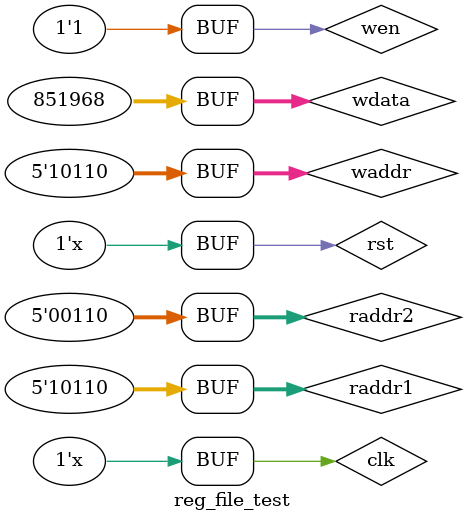
<source format=v>
`timescale 1ns / 1ns

`define DATA_WIDTH 32
`define ADDR_WIDTH 5

module reg_file_test
();

	reg clk;
	reg rst;
	reg [`ADDR_WIDTH - 1:0] waddr;
	reg wen;
	reg [`DATA_WIDTH - 1:0] wdata;

	reg [`ADDR_WIDTH - 1:0] raddr1;
	reg [`ADDR_WIDTH - 1:0] raddr2;
	wire [`DATA_WIDTH - 1:0] rdata1;
	wire [`DATA_WIDTH - 1:0] rdata2;

	initial begin
		clk=0;
		rst=0;
		wen=1;
		raddr1=0;
		raddr2=0;
		waddr=0;
		wdata=0;

		#30 raddr1=5'b00000;
			raddr2=5'b00001;
			waddr=5'b00000;
			wdata=32'b00000000000000000000000000000000;

		#30 raddr1=5'b00010;
			raddr2=5'b00011;
			waddr=5'b00011;
			wdata=32'b00000000001100000000000000000000;

		#30	raddr1=5'b10110;
			raddr2=5'b00110;
			waddr=5'b10110;
			wdata=32'b00000000000011010000000000000000;
	end

	always begin
		#5 clk = ~clk;
	end

	always begin
		#15 rst=~rst;
	end

	reg_file Reg_File(
		.clk(clk),
		.rst(rst),
		.waddr(waddr),
		.raddr1(raddr1),
		.raddr2(raddr2),
		.wen(wen),
		.wdata(wdata),
		.rdata1(rdata1),
		.rdata2(rdata2)
	);

endmodule

</source>
